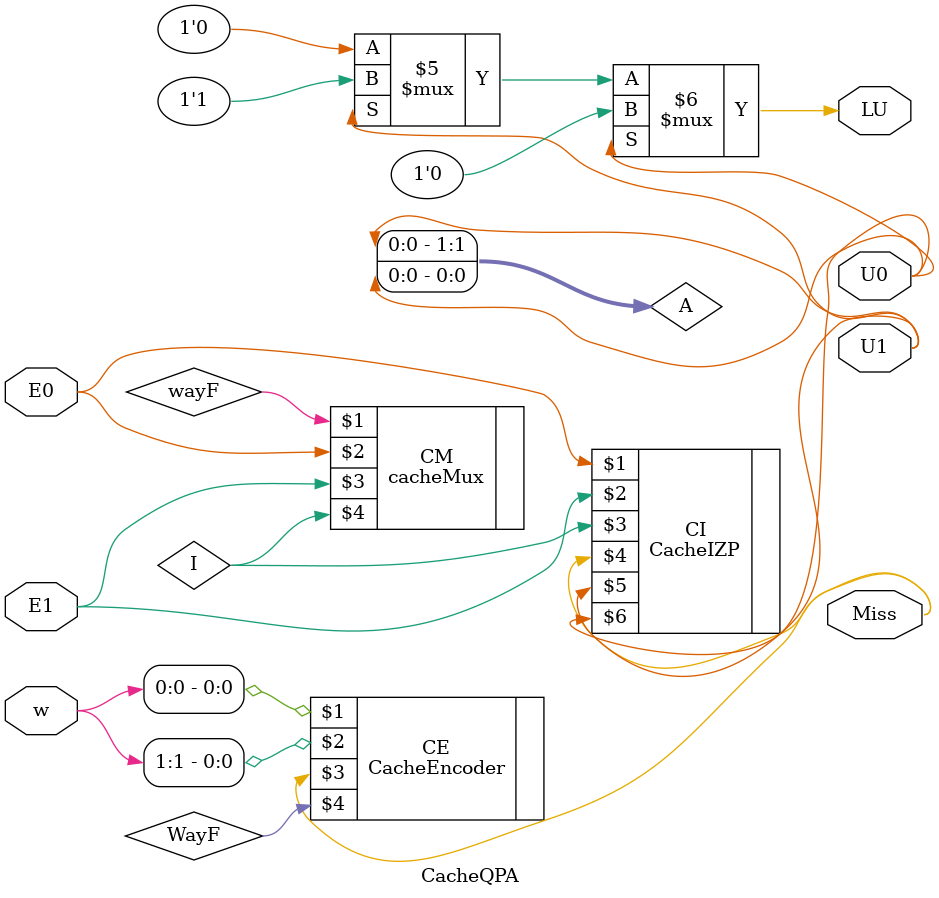
<source format=v>
`timescale 1ns / 1ps


module CacheQPA (input E0,E1, input [1:0]w,output U0,U1,output LU,output Miss);

wire I,WayF;
wire [1:0]A;

CacheIZP 	CI (E0,E1,I,Miss,U0,U1);
CacheEncoder 	CE (w[0],w[1],Miss,WayF);
cacheMux	CM (wayF,E0,E1,I);

assign A[0] = &(U0);
assign A[1] = &(U1);

assign LU = (A[0] == 1'b1) ? 1'b0 : (A[1] == 1'b1) ? 1'b1 : 1'b0;

endmodule

</source>
